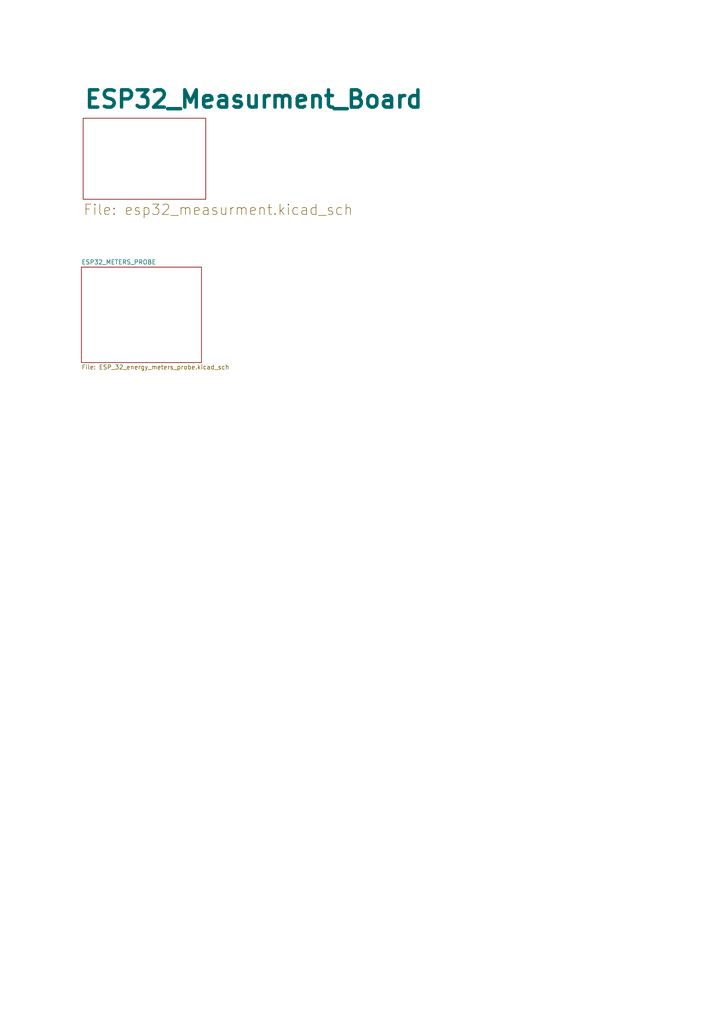
<source format=kicad_sch>
(kicad_sch
	(version 20231120)
	(generator "eeschema")
	(generator_version "8.0")
	(uuid "555ba40f-9abb-4b99-82c6-07e888fda9fd")
	(paper "A4" portrait)
	(lib_symbols)
	(sheet
		(at 23.622 77.47)
		(size 34.798 27.686)
		(fields_autoplaced yes)
		(stroke
			(width 0.1524)
			(type solid)
		)
		(fill
			(color 0 0 0 0.0000)
		)
		(uuid "8e097fd6-54e8-4c39-b60f-16b9a98546bb")
		(property "Sheetname" "ESP32_METERS_PROBE"
			(at 23.622 76.7584 0)
			(effects
				(font
					(size 1.27 1.27)
				)
				(justify left bottom)
			)
		)
		(property "Sheetfile" "ESP_32_energy_meters_probe.kicad_sch"
			(at 23.622 105.7406 0)
			(effects
				(font
					(size 1.27 1.27)
				)
				(justify left top)
			)
		)
		(instances
			(project "ESP32_master"
				(path "/555ba40f-9abb-4b99-82c6-07e888fda9fd"
					(page "3")
				)
			)
		)
	)
	(sheet
		(at 24.13 34.29)
		(size 35.56 23.495)
		(fields_autoplaced yes)
		(stroke
			(width 0.1524)
			(type solid)
		)
		(fill
			(color 0 0 0 0.0000)
		)
		(uuid "a8064d67-baba-4afe-84af-1260f43bc5ee")
		(property "Sheetname" "ESP32_Measurment_Board"
			(at 24.13 31.7134 0)
			(effects
				(font
					(size 5 5)
					(bold yes)
				)
				(justify left bottom)
			)
		)
		(property "Sheetfile" "esp32_measurment.kicad_sch"
			(at 24.13 59.0616 0)
			(effects
				(font
					(size 3 3)
				)
				(justify left top)
			)
		)
		(instances
			(project "ESP32_master"
				(path "/555ba40f-9abb-4b99-82c6-07e888fda9fd"
					(page "2")
				)
			)
		)
	)
	(sheet_instances
		(path "/"
			(page "1")
		)
	)
)
</source>
